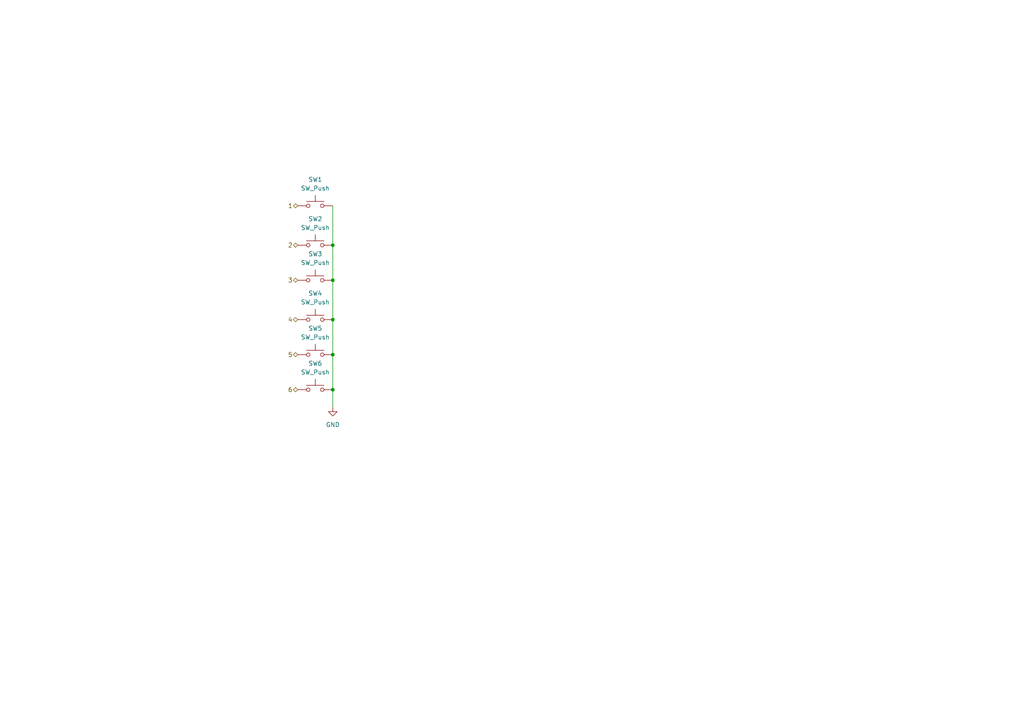
<source format=kicad_sch>
(kicad_sch (version 20231120) (generator "eeschema") (generator_version "8.0")
  (paper "A4")
  (lib_symbols
    (symbol "Switch:SW_Push" (pin_numbers hide) (pin_names (offset 1.016) hide)
      (property "Reference" "SW" (at 1.27 2.54 0))
      (property "Value" "SW_Push" (at 0 -1.524 0))
      (symbol "SW_Push_0_1"
        (circle (center -2.032 0) (radius 0.508))
        (polyline (pts (xy 0 1.27) (xy 0 3.048)))
        (polyline (pts (xy 2.54 1.27) (xy -2.54 1.27)))
        (circle (center 2.032 0) (radius 0.508))
        (pin passive line (at -5.08 0 0) (length 2.54) (name "1") (number "1"))
        (pin passive line (at 5.08 0 180) (length 2.54) (name "2") (number "2"))
      )
    )
    (symbol "power:GND" (power) (pin_numbers hide) (pin_names (offset 0) hide)
      (property "Value" "GND" (at 0 -3.81 0))
      (symbol "GND_0_1"
        (polyline (pts (xy 0 0) (xy 0 -1.27) (xy 1.27 -1.27) (xy 0 -2.54) (xy -1.27 -1.27) (xy 0 -1.27)))
      )
      (symbol "GND_1_1"
        (pin power_in line (at 0 0 270) (length 0) (name "~") (number "1"))
      )
    )
  )
  (junction (at 96.52 92.71))
  (junction (at 96.52 81.28))
  (junction (at 96.52 113.03))
  (junction (at 96.52 71.12))
  (junction (at 96.52 102.87))
  (wire (pts (xy 96.52 113.03) (xy 96.52 118.11)))
  (wire (pts (xy 96.52 102.87) (xy 96.52 113.03)))
  (wire (pts (xy 96.52 92.71) (xy 96.52 102.87)))
  (wire (pts (xy 96.52 59.69) (xy 96.52 71.12)))
  (wire (pts (xy 96.52 71.12) (xy 96.52 81.28)))
  (wire (pts (xy 96.52 81.28) (xy 96.52 92.71)))
  (hierarchical_label "6" (shape bidirectional) (at 86.36 113.03 180))
  (hierarchical_label "5" (shape bidirectional) (at 86.36 102.87 180))
  (hierarchical_label "2" (shape bidirectional) (at 86.36 71.12 180))
  (hierarchical_label "3" (shape bidirectional) (at 86.36 81.28 180))
  (hierarchical_label "4" (shape bidirectional) (at 86.36 92.71 180))
  (hierarchical_label "1" (shape bidirectional) (at 86.36 59.69 180))
  (symbol (lib_id "Switch:SW_Push") (at 91.44 81.28 0) (unit 1)
    (property "Reference" "SW3" (at 91.44 73.66 0))
    (property "Value" "SW_Push" (at 91.44 76.2 0))
    (property "Description" "Push button switch, generic, two pins" (effects (hide yes)))
  )
  (symbol (lib_id "Switch:SW_Push") (at 91.44 71.12 0) (unit 1)
    (property "Reference" "SW2" (at 91.44 63.5 0))
    (property "Value" "SW_Push" (at 91.44 66.04 0))
    (property "Description" "Push button switch, generic, two pins" (effects (hide yes)))
  )
  (symbol (lib_id "Switch:SW_Push") (at 91.44 59.69 0) (unit 1)
    (property "Reference" "SW1" (at 91.44 52.07 0))
    (property "Value" "SW_Push" (at 91.44 54.61 0))
    (property "Description" "Push button switch, generic, two pins" (effects (hide yes)))
  )
  (symbol (lib_id "Switch:SW_Push") (at 91.44 102.87 0) (unit 1)
    (property "Reference" "SW5" (at 91.44 95.25 0))
    (property "Value" "SW_Push" (at 91.44 97.79 0))
    (property "Description" "Push button switch, generic, two pins" (effects (hide yes)))
  )
  (symbol (lib_id "Switch:SW_Push") (at 91.44 92.71 0) (unit 1)
    (property "Reference" "SW4" (at 91.44 85.09 0))
    (property "Value" "SW_Push" (at 91.44 87.63 0))
    (property "Description" "Push button switch, generic, two pins" (effects (hide yes)))
  )
  (symbol (lib_id "Switch:SW_Push") (at 91.44 113.03 0) (unit 1)
    (property "Reference" "SW6" (at 91.44 105.41 0))
    (property "Value" "SW_Push" (at 91.44 107.95 0))
    (property "Description" "Push button switch, generic, two pins" (effects (hide yes)))
  )
  (symbol (lib_id "power:GND") (at 96.52 118.11 0) (unit 1)
    (property "Reference" "#PWR023" (effects (hide yes)))
    (property "Value" "GND" (at 96.52 123.19 0))
    (property "Description" "Power symbol creates a global label with name \"GND\" , ground" (effects (hide yes)))
  )
)
</source>
